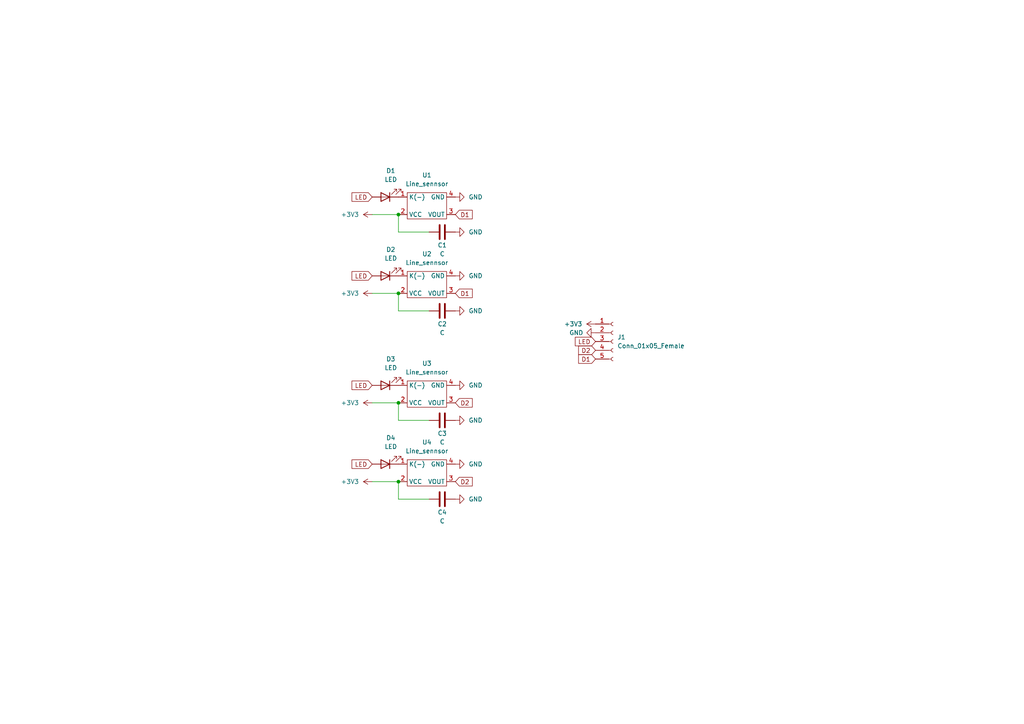
<source format=kicad_sch>
(kicad_sch (version 20230121) (generator eeschema)
  (paper "A4")
  (lib_symbols
    (symbol "Connector:Conn_01x05_Female" (pin_names (offset 1.016) hide)
      (property "Reference" "J" (at 0 7.62 0))
      (property "Value" "Conn_01x05_Female" (at 0 -7.62 0))
      (symbol "Conn_01x05_Female_1_1"
        (arc (start 0 -4.572) (mid -0.5058 -5.08) (end 0 -5.588) (stroke (width 0.1524)))
        (arc (start 0 -2.032) (mid -0.5058 -2.54) (end 0 -3.048) (stroke (width 0.1524)))
        (polyline (pts (xy -1.27 -5.08) (xy -0.508 -5.08)) (stroke (width 0.1524)))
        (polyline (pts (xy -1.27 -2.54) (xy -0.508 -2.54)) (stroke (width 0.1524)))
        (polyline (pts (xy -1.27 0) (xy -0.508 0)) (stroke (width 0.1524)))
        (polyline (pts (xy -1.27 2.54) (xy -0.508 2.54)) (stroke (width 0.1524)))
        (polyline (pts (xy -1.27 5.08) (xy -0.508 5.08)) (stroke (width 0.1524)))
        (arc (start 0 0.508) (mid -0.5058 0) (end 0 -0.508) (stroke (width 0.1524)))
        (arc (start 0 3.048) (mid -0.5058 2.54) (end 0 2.032) (stroke (width 0.1524)))
        (arc (start 0 5.588) (mid -0.5058 5.08) (end 0 4.572) (stroke (width 0.1524)))
        (pin passive line (at -5.08 5.08 0) (length 3.81) (name "Pin_1") (number "1"))
        (pin passive line (at -5.08 2.54 0) (length 3.81) (name "Pin_2") (number "2"))
        (pin passive line (at -5.08 0 0) (length 3.81) (name "Pin_3") (number "3"))
        (pin passive line (at -5.08 -2.54 0) (length 3.81) (name "Pin_4") (number "4"))
        (pin passive line (at -5.08 -5.08 0) (length 3.81) (name "Pin_5") (number "5"))
      )
    )
    (symbol "Device:C" (pin_numbers hide) (pin_names (offset 0.254))
      (property "Reference" "C" (at 0.635 2.54 0))
      (property "Value" "C" (at 0.635 -2.54 0))
      (symbol "C_0_1"
        (polyline (pts (xy -2.032 -0.762) (xy 2.032 -0.762)) (stroke (width 0.508)))
        (polyline (pts (xy -2.032 0.762) (xy 2.032 0.762)) (stroke (width 0.508)))
      )
      (symbol "C_1_1"
        (pin passive line (at 0 3.81 270) (length 2.794) (name "~") (number "1"))
        (pin passive line (at 0 -3.81 90) (length 2.794) (name "~") (number "2"))
      )
    )
    (symbol "Device:LED" (pin_numbers hide) (pin_names (offset 1.016) hide)
      (property "Reference" "D" (at 0 2.54 0))
      (property "Value" "LED" (at 0 -2.54 0))
      (symbol "LED_0_1"
        (polyline (pts (xy -1.27 -1.27) (xy -1.27 1.27)) (stroke (width 0.254)))
        (polyline (pts (xy -1.27 0) (xy 1.27 0)))
        (polyline (pts (xy 1.27 -1.27) (xy 1.27 1.27) (xy -1.27 0) (xy 1.27 -1.27)) (stroke (width 0.254)))
        (polyline (pts (xy -3.048 -0.762) (xy -4.572 -2.286) (xy -3.81 -2.286) (xy -4.572 -2.286) (xy -4.572 -1.524)))
        (polyline (pts (xy -1.778 -0.762) (xy -3.302 -2.286) (xy -2.54 -2.286) (xy -3.302 -2.286) (xy -3.302 -1.524)))
      )
      (symbol "LED_1_1"
        (pin passive line (at -3.81 0 0) (length 2.54) (name "K") (number "1"))
        (pin passive line (at 3.81 0 180) (length 2.54) (name "A") (number "2"))
      )
    )
    (symbol "Line_Sensor:Line_sennsor"
      (property "Reference" "U" (at 0 1.27 0))
      (property "Value" "Line_sennsor" (at 0 0 0))
      (symbol "Line_sennsor_0_1"
        (rectangle (start -6.35 -1.27) (end 5.08 -8.89))
      )
      (symbol "Line_sennsor_1_1"
        (pin bidirectional line (at -8.89 -2.54 0) (length 2.54) (name "K(-)") (number "1"))
        (pin bidirectional line (at -8.89 -7.62 0) (length 2.54) (name "VCC") (number "2"))
        (pin bidirectional line (at 7.62 -7.62 180) (length 2.54) (name "VOUT") (number "3"))
        (pin bidirectional line (at 7.62 -2.54 180) (length 2.54) (name "GND") (number "4"))
      )
    )
    (symbol "power:+3V3" (power) (pin_names (offset 0))
      (property "Value" "+3V3" (at 0 3.556 0))
      (symbol "+3V3_0_1"
        (polyline (pts (xy -0.762 1.27) (xy 0 2.54)))
        (polyline (pts (xy 0 0) (xy 0 2.54)))
        (polyline (pts (xy 0 2.54) (xy 0.762 1.27)))
      )
      (symbol "+3V3_1_1"
        (pin power_in line (at 0 0 90) (length 0) hide (name "+3V3") (number "1"))
      )
    )
    (symbol "power:GND" (power) (pin_names (offset 0))
      (property "Value" "GND" (at 0 -3.81 0))
      (symbol "GND_0_1"
        (polyline (pts (xy 0 0) (xy 0 -1.27) (xy 1.27 -1.27) (xy 0 -2.54) (xy -1.27 -1.27) (xy 0 -1.27)))
      )
      (symbol "GND_1_1"
        (pin power_in line (at 0 0 270) (length 0) hide (name "GND") (number "1"))
      )
    )
  )
  (junction (at 115.57 139.7))
  (junction (at 115.57 116.84))
  (junction (at 115.57 62.23))
  (junction (at 115.57 85.09))
  (wire (pts (xy 115.57 67.31) (xy 124.46 67.31)))
  (wire (pts (xy 107.95 139.7) (xy 115.57 139.7)))
  (wire (pts (xy 115.57 121.92) (xy 124.46 121.92)))
  (wire (pts (xy 115.57 90.17) (xy 124.46 90.17)))
  (wire (pts (xy 115.57 139.7) (xy 115.57 144.78)))
  (wire (pts (xy 115.57 116.84) (xy 115.57 121.92)))
  (wire (pts (xy 115.57 62.23) (xy 115.57 67.31)))
  (wire (pts (xy 107.95 116.84) (xy 115.57 116.84)))
  (wire (pts (xy 115.57 144.78) (xy 124.46 144.78)))
  (wire (pts (xy 115.57 85.09) (xy 115.57 90.17)))
  (wire (pts (xy 107.95 62.23) (xy 115.57 62.23)))
  (wire (pts (xy 107.95 85.09) (xy 115.57 85.09)))
  (global_label "LED" (shape input) (at 107.95 111.76 180) (property "Intersheetrefs" "${INTERSHEET_REFS}" (effects hide)))
  (global_label "LED" (shape input) (at 107.95 134.62 180) (property "Intersheetrefs" "${INTERSHEET_REFS}" (effects hide)))
  (global_label "D1" (shape input) (at 172.72 104.14 180) (property "Intersheetrefs" "${INTERSHEET_REFS}" (effects hide)))
  (global_label "D1" (shape input) (at 132.08 85.09 0) (property "Intersheetrefs" "${INTERSHEET_REFS}" (effects hide)))
  (global_label "D2" (shape input) (at 172.72 101.6 180) (property "Intersheetrefs" "${INTERSHEET_REFS}" (effects hide)))
  (global_label "LED" (shape input) (at 172.72 99.06 180) (property "Intersheetrefs" "${INTERSHEET_REFS}" (effects hide)))
  (global_label "LED" (shape input) (at 107.95 57.15 180) (property "Intersheetrefs" "${INTERSHEET_REFS}" (effects hide)))
  (global_label "LED" (shape input) (at 107.95 80.01 180) (property "Intersheetrefs" "${INTERSHEET_REFS}" (effects hide)))
  (global_label "D1" (shape input) (at 132.08 62.23 0) (property "Intersheetrefs" "${INTERSHEET_REFS}" (effects hide)))
  (global_label "D2" (shape input) (at 132.08 116.84 0) (property "Intersheetrefs" "${INTERSHEET_REFS}" (effects hide)))
  (global_label "D2" (shape input) (at 132.08 139.7 0) (property "Intersheetrefs" "${INTERSHEET_REFS}" (effects hide)))
  (symbol (lib_id "power:GND") (at 172.72 96.52 270) (unit 1)
    (property "Reference" "#PWR0112" (effects hide))
    (property "Value" "GND" (at 165.1 96.52 90) (effects (justify left)))
  )
  (symbol (lib_id "Connector:Conn_01x05_Female") (at 177.8 99.06 0) (unit 1)
    (property "Reference" "J1" (at 179.07 97.7899 0) (effects (justify left)))
    (property "Value" "Conn_01x05_Female" (at 179.07 100.3299 0) (effects (justify left)))
    (property "Footprint" "Connector_PinHeader_2.54mm:PinHeader_1x05_P2.54mm_Vertical" (effects hide))
  )
  (symbol (lib_id "Device:LED") (at 111.76 80.01 180) (unit 1)
    (property "Reference" "D2" (at 113.3475 72.39 0))
    (property "Value" "LED" (at 113.3475 74.93 0))
    (property "Footprint" "LED_THT:LED_D3.0mm_Clear" (effects hide))
  )
  (symbol (lib_id "power:+3V3") (at 107.95 85.09 90) (unit 1)
    (property "Reference" "#PWR0106" (effects hide))
    (property "Value" "+3V3" (at 104.14 85.0899 90) (effects (justify left)))
  )
  (symbol (lib_id "power:+3V3") (at 107.95 62.23 90) (unit 1)
    (property "Reference" "#PWR0105" (effects hide))
    (property "Value" "+3V3" (at 104.14 62.2299 90) (effects (justify left)))
  )
  (symbol (lib_id "power:+3V3") (at 172.72 93.98 90) (unit 1)
    (property "Reference" "#PWR0111" (effects hide))
    (property "Value" "+3V3" (at 168.91 93.9799 90) (effects (justify left)))
  )
  (symbol (lib_id "Device:C") (at 128.27 121.92 90) (unit 1)
    (property "Reference" "C3" (at 128.27 125.73 90))
    (property "Value" "C" (at 128.27 128.27 90))
    (property "Footprint" "Capacitor_THT:C_Disc_D3.0mm_W1.6mm_P2.50mm" (effects hide))
  )
  (symbol (lib_id "power:GND") (at 132.08 57.15 90) (unit 1)
    (property "Reference" "#PWR0101" (effects hide))
    (property "Value" "GND" (at 135.89 57.1499 90) (effects (justify right)))
  )
  (symbol (lib_id "Line_Sensor:Line_sennsor") (at 124.46 109.22 0) (unit 1)
    (property "Reference" "U3" (at 123.825 105.41 0))
    (property "Value" "Line_sennsor" (at 123.825 107.95 0))
    (property "Footprint" "Line_Sensor:Line_Sensor_SMD" (effects hide))
  )
  (symbol (lib_id "power:GND") (at 132.08 111.76 90) (unit 1)
    (property "Reference" "#PWR0108" (effects hide))
    (property "Value" "GND" (at 135.89 111.7599 90) (effects (justify right)))
  )
  (symbol (lib_id "power:GND") (at 132.08 121.92 90) (unit 1)
    (property "Reference" "#PWR0109" (effects hide))
    (property "Value" "GND" (at 135.89 121.9199 90) (effects (justify right)))
  )
  (symbol (lib_id "Device:LED") (at 111.76 134.62 180) (unit 1)
    (property "Reference" "D4" (at 113.3475 127 0))
    (property "Value" "LED" (at 113.3475 129.54 0))
    (property "Footprint" "LED_THT:LED_D3.0mm_Clear" (effects hide))
  )
  (symbol (lib_id "power:+3V3") (at 107.95 116.84 90) (unit 1)
    (property "Reference" "#PWR0107" (effects hide))
    (property "Value" "+3V3" (at 104.14 116.8399 90) (effects (justify left)))
  )
  (symbol (lib_id "power:GND") (at 132.08 144.78 90) (unit 1)
    (property "Reference" "#PWR0114" (effects hide))
    (property "Value" "GND" (at 135.89 144.7799 90) (effects (justify right)))
  )
  (symbol (lib_id "power:GND") (at 132.08 67.31 90) (unit 1)
    (property "Reference" "#PWR0102" (effects hide))
    (property "Value" "GND" (at 135.89 67.3099 90) (effects (justify right)))
  )
  (symbol (lib_id "Device:C") (at 128.27 67.31 90) (unit 1)
    (property "Reference" "C1" (at 128.27 71.12 90))
    (property "Value" "C" (at 128.27 73.66 90))
    (property "Footprint" "Capacitor_THT:C_Disc_D3.0mm_W1.6mm_P2.50mm" (effects hide))
  )
  (symbol (lib_id "Device:LED") (at 111.76 57.15 180) (unit 1)
    (property "Reference" "D1" (at 113.3475 49.53 0))
    (property "Value" "LED" (at 113.3475 52.07 0))
    (property "Footprint" "LED_THT:LED_D3.0mm_Clear" (effects hide))
  )
  (symbol (lib_id "Line_Sensor:Line_sennsor") (at 124.46 54.61 0) (unit 1)
    (property "Reference" "U1" (at 123.825 50.8 0))
    (property "Value" "Line_sennsor" (at 123.825 53.34 0))
    (property "Footprint" "Line_Sensor:Line_Sensor_SMD" (effects hide))
  )
  (symbol (lib_id "power:GND") (at 132.08 134.62 90) (unit 1)
    (property "Reference" "#PWR0113" (effects hide))
    (property "Value" "GND" (at 135.89 134.6199 90) (effects (justify right)))
  )
  (symbol (lib_id "Line_Sensor:Line_sennsor") (at 124.46 77.47 0) (unit 1)
    (property "Reference" "U2" (at 123.825 73.66 0))
    (property "Value" "Line_sennsor" (at 123.825 76.2 0))
    (property "Footprint" "Line_Sensor:Line_Sensor_SMD" (effects hide))
  )
  (symbol (lib_id "power:GND") (at 132.08 90.17 90) (unit 1)
    (property "Reference" "#PWR0110" (effects hide))
    (property "Value" "GND" (at 135.89 90.1699 90) (effects (justify right)))
  )
  (symbol (lib_id "Line_Sensor:Line_sennsor") (at 124.46 132.08 0) (unit 1)
    (property "Reference" "U4" (at 123.825 128.27 0))
    (property "Value" "Line_sennsor" (at 123.825 130.81 0))
    (property "Footprint" "Line_Sensor:Line_Sensor_SMD" (effects hide))
  )
  (symbol (lib_id "Device:C") (at 128.27 90.17 90) (unit 1)
    (property "Reference" "C2" (at 128.27 93.98 90))
    (property "Value" "C" (at 128.27 96.52 90))
    (property "Footprint" "Capacitor_THT:C_Disc_D3.0mm_W1.6mm_P2.50mm" (effects hide))
  )
  (symbol (lib_id "Device:C") (at 128.27 144.78 90) (unit 1)
    (property "Reference" "C4" (at 128.27 148.59 90))
    (property "Value" "C" (at 128.27 151.13 90))
    (property "Footprint" "Capacitor_THT:C_Disc_D3.0mm_W1.6mm_P2.50mm" (effects hide))
  )
  (symbol (lib_id "power:GND") (at 132.08 80.01 90) (unit 1)
    (property "Reference" "#PWR0104" (effects hide))
    (property "Value" "GND" (at 135.89 80.0099 90) (effects (justify right)))
  )
  (symbol (lib_id "power:+3V3") (at 107.95 139.7 90) (unit 1)
    (property "Reference" "#PWR0103" (effects hide))
    (property "Value" "+3V3" (at 104.14 139.6999 90) (effects (justify left)))
  )
  (symbol (lib_id "Device:LED") (at 111.76 111.76 180) (unit 1)
    (property "Reference" "D3" (at 113.3475 104.14 0))
    (property "Value" "LED" (at 113.3475 106.68 0))
    (property "Footprint" "LED_THT:LED_D3.0mm_Clear" (effects hide))
  )
)
</source>
